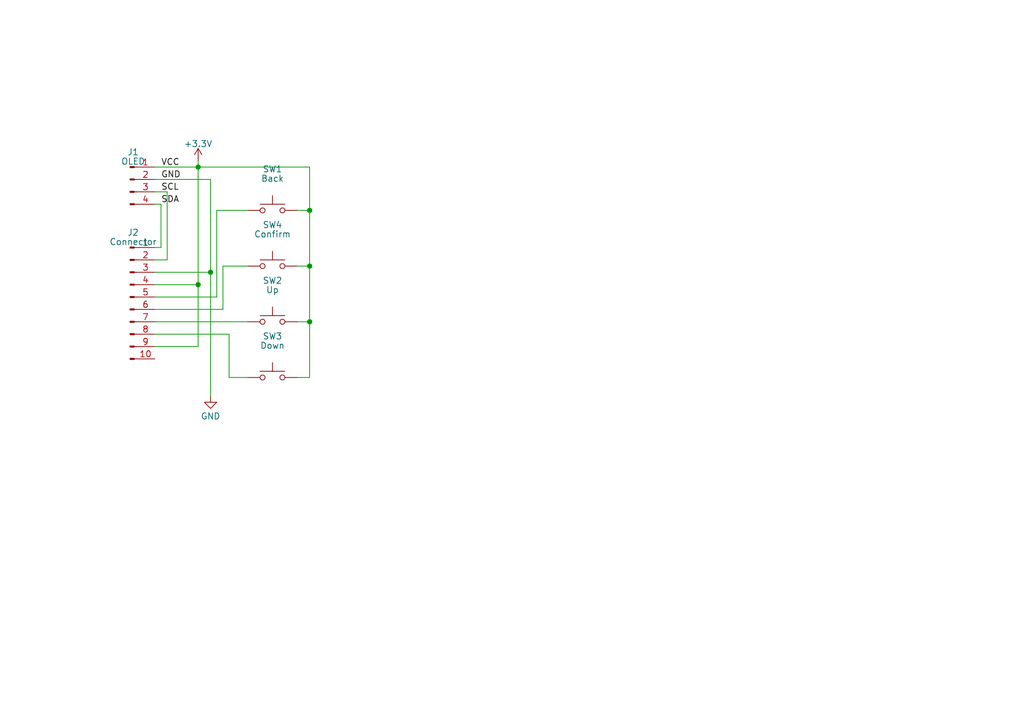
<source format=kicad_sch>
(kicad_sch (version 20230121) (generator eeschema)
  (paper "A5")
  (lib_symbols
    (symbol "Connector:Conn_01x04_Pin" (pin_names (offset 1.016) hide)
      (property "Reference" "J" (at 0 5.08 0))
      (property "Value" "Conn_01x04_Pin" (at 0 -7.62 0))
      (symbol "Conn_01x04_Pin_1_1"
        (polyline (pts (xy 1.27 -5.08) (xy 0.8636 -5.08)) (stroke (width 0.1524)))
        (polyline (pts (xy 1.27 -2.54) (xy 0.8636 -2.54)) (stroke (width 0.1524)))
        (polyline (pts (xy 1.27 0) (xy 0.8636 0)) (stroke (width 0.1524)))
        (polyline (pts (xy 1.27 2.54) (xy 0.8636 2.54)) (stroke (width 0.1524)))
        (rectangle (start 0.8636 -4.953) (end 0 -5.207) (stroke (width 0.1524)) (fill (type outline)))
        (rectangle (start 0.8636 -2.413) (end 0 -2.667) (stroke (width 0.1524)) (fill (type outline)))
        (rectangle (start 0.8636 0.127) (end 0 -0.127) (stroke (width 0.1524)) (fill (type outline)))
        (rectangle (start 0.8636 2.667) (end 0 2.413) (stroke (width 0.1524)) (fill (type outline)))
        (pin passive line (at 5.08 2.54 180) (length 3.81) (name "Pin_1") (number "1"))
        (pin passive line (at 5.08 0 180) (length 3.81) (name "Pin_2") (number "2"))
        (pin passive line (at 5.08 -2.54 180) (length 3.81) (name "Pin_3") (number "3"))
        (pin passive line (at 5.08 -5.08 180) (length 3.81) (name "Pin_4") (number "4"))
      )
    )
    (symbol "Connector:Conn_01x10_Pin" (pin_names (offset 1.016) hide)
      (property "Reference" "J" (at 0 12.7 0))
      (property "Value" "Conn_01x10_Pin" (at 0 -15.24 0))
      (symbol "Conn_01x10_Pin_1_1"
        (polyline (pts (xy 1.27 -12.7) (xy 0.8636 -12.7)) (stroke (width 0.1524)))
        (polyline (pts (xy 1.27 -10.16) (xy 0.8636 -10.16)) (stroke (width 0.1524)))
        (polyline (pts (xy 1.27 -7.62) (xy 0.8636 -7.62)) (stroke (width 0.1524)))
        (polyline (pts (xy 1.27 -5.08) (xy 0.8636 -5.08)) (stroke (width 0.1524)))
        (polyline (pts (xy 1.27 -2.54) (xy 0.8636 -2.54)) (stroke (width 0.1524)))
        (polyline (pts (xy 1.27 0) (xy 0.8636 0)) (stroke (width 0.1524)))
        (polyline (pts (xy 1.27 2.54) (xy 0.8636 2.54)) (stroke (width 0.1524)))
        (polyline (pts (xy 1.27 5.08) (xy 0.8636 5.08)) (stroke (width 0.1524)))
        (polyline (pts (xy 1.27 7.62) (xy 0.8636 7.62)) (stroke (width 0.1524)))
        (polyline (pts (xy 1.27 10.16) (xy 0.8636 10.16)) (stroke (width 0.1524)))
        (rectangle (start 0.8636 -12.573) (end 0 -12.827) (stroke (width 0.1524)) (fill (type outline)))
        (rectangle (start 0.8636 -10.033) (end 0 -10.287) (stroke (width 0.1524)) (fill (type outline)))
        (rectangle (start 0.8636 -7.493) (end 0 -7.747) (stroke (width 0.1524)) (fill (type outline)))
        (rectangle (start 0.8636 -4.953) (end 0 -5.207) (stroke (width 0.1524)) (fill (type outline)))
        (rectangle (start 0.8636 -2.413) (end 0 -2.667) (stroke (width 0.1524)) (fill (type outline)))
        (rectangle (start 0.8636 0.127) (end 0 -0.127) (stroke (width 0.1524)) (fill (type outline)))
        (rectangle (start 0.8636 2.667) (end 0 2.413) (stroke (width 0.1524)) (fill (type outline)))
        (rectangle (start 0.8636 5.207) (end 0 4.953) (stroke (width 0.1524)) (fill (type outline)))
        (rectangle (start 0.8636 7.747) (end 0 7.493) (stroke (width 0.1524)) (fill (type outline)))
        (rectangle (start 0.8636 10.287) (end 0 10.033) (stroke (width 0.1524)) (fill (type outline)))
        (pin passive line (at 5.08 10.16 180) (length 3.81) (name "Pin_1") (number "1"))
        (pin passive line (at 5.08 -12.7 180) (length 3.81) (name "Pin_10") (number "10"))
        (pin passive line (at 5.08 7.62 180) (length 3.81) (name "Pin_2") (number "2"))
        (pin passive line (at 5.08 5.08 180) (length 3.81) (name "Pin_3") (number "3"))
        (pin passive line (at 5.08 2.54 180) (length 3.81) (name "Pin_4") (number "4"))
        (pin passive line (at 5.08 0 180) (length 3.81) (name "Pin_5") (number "5"))
        (pin passive line (at 5.08 -2.54 180) (length 3.81) (name "Pin_6") (number "6"))
        (pin passive line (at 5.08 -5.08 180) (length 3.81) (name "Pin_7") (number "7"))
        (pin passive line (at 5.08 -7.62 180) (length 3.81) (name "Pin_8") (number "8"))
        (pin passive line (at 5.08 -10.16 180) (length 3.81) (name "Pin_9") (number "9"))
      )
    )
    (symbol "Switch:SW_Push" (pin_numbers hide) (pin_names (offset 1.016) hide)
      (property "Reference" "SW" (at 1.27 2.54 0))
      (property "Value" "SW_Push" (at 0 -1.524 0))
      (symbol "SW_Push_0_1"
        (circle (center -2.032 0) (radius 0.508))
        (polyline (pts (xy 0 1.27) (xy 0 3.048)))
        (polyline (pts (xy 2.54 1.27) (xy -2.54 1.27)))
        (circle (center 2.032 0) (radius 0.508))
        (pin passive line (at -5.08 0 0) (length 2.54) (name "1") (number "1"))
        (pin passive line (at 5.08 0 180) (length 2.54) (name "2") (number "2"))
      )
    )
    (symbol "power:+3.3V" (power) (pin_names (offset 0))
      (property "Value" "+3.3V" (at 0 3.556 0))
      (symbol "+3.3V_0_1"
        (polyline (pts (xy -0.762 1.27) (xy 0 2.54)))
        (polyline (pts (xy 0 0) (xy 0 2.54)))
        (polyline (pts (xy 0 2.54) (xy 0.762 1.27)))
      )
      (symbol "+3.3V_1_1"
        (pin power_in line (at 0 0 90) (length 0) hide (name "+3.3V") (number "1"))
      )
    )
    (symbol "power:GND" (power) (pin_names (offset 0))
      (property "Value" "GND" (at 0 -3.81 0))
      (symbol "GND_0_1"
        (polyline (pts (xy 0 0) (xy 0 -1.27) (xy 1.27 -1.27) (xy 0 -2.54) (xy -1.27 -1.27) (xy 0 -1.27)))
      )
      (symbol "GND_1_1"
        (pin power_in line (at 0 0 270) (length 0) hide (name "GND") (number "1"))
      )
    )
  )
  (junction (at 63.5 54.61))
  (junction (at 40.64 34.29))
  (junction (at 63.5 43.18))
  (junction (at 43.18 55.88))
  (junction (at 40.64 58.42))
  (junction (at 63.5 66.04))
  (wire (pts (xy 43.18 36.83) (xy 43.18 55.88)))
  (wire (pts (xy 31.75 50.8) (xy 33.02 50.8)))
  (wire (pts (xy 33.02 41.91) (xy 31.75 41.91)))
  (wire (pts (xy 63.5 34.29) (xy 63.5 43.18)))
  (wire (pts (xy 31.75 71.12) (xy 40.64 71.12)))
  (wire (pts (xy 31.75 34.29) (xy 40.64 34.29)))
  (wire (pts (xy 60.96 77.47) (xy 63.5 77.47)))
  (wire (pts (xy 31.75 68.58) (xy 46.99 68.58)))
  (wire (pts (xy 40.64 58.42) (xy 40.64 71.12)))
  (wire (pts (xy 45.72 63.5) (xy 45.72 54.61)))
  (wire (pts (xy 40.64 33.02) (xy 40.64 34.29)))
  (wire (pts (xy 34.29 53.34) (xy 34.29 39.37)))
  (wire (pts (xy 40.64 34.29) (xy 40.64 58.42)))
  (wire (pts (xy 63.5 66.04) (xy 63.5 77.47)))
  (wire (pts (xy 33.02 50.8) (xy 33.02 41.91)))
  (wire (pts (xy 44.45 60.96) (xy 44.45 43.18)))
  (wire (pts (xy 43.18 55.88) (xy 43.18 81.28)))
  (wire (pts (xy 60.96 66.04) (xy 63.5 66.04)))
  (wire (pts (xy 45.72 54.61) (xy 50.8 54.61)))
  (wire (pts (xy 43.18 36.83) (xy 31.75 36.83)))
  (wire (pts (xy 63.5 54.61) (xy 63.5 66.04)))
  (wire (pts (xy 63.5 34.29) (xy 40.64 34.29)))
  (wire (pts (xy 31.75 58.42) (xy 40.64 58.42)))
  (wire (pts (xy 31.75 60.96) (xy 44.45 60.96)))
  (wire (pts (xy 60.96 43.18) (xy 63.5 43.18)))
  (wire (pts (xy 31.75 55.88) (xy 43.18 55.88)))
  (wire (pts (xy 31.75 53.34) (xy 34.29 53.34)))
  (wire (pts (xy 34.29 39.37) (xy 31.75 39.37)))
  (wire (pts (xy 31.75 63.5) (xy 45.72 63.5)))
  (wire (pts (xy 60.96 54.61) (xy 63.5 54.61)))
  (wire (pts (xy 46.99 68.58) (xy 46.99 77.47)))
  (wire (pts (xy 44.45 43.18) (xy 50.8 43.18)))
  (wire (pts (xy 31.75 66.04) (xy 50.8 66.04)))
  (wire (pts (xy 46.99 77.47) (xy 50.8 77.47)))
  (wire (pts (xy 63.5 43.18) (xy 63.5 54.61)))
  (label "SCL" (at 33.02 39.37 0))
  (label "GND" (at 33.02 36.83 0))
  (label "SDA" (at 33.02 41.91 0))
  (label "VCC" (at 33.02 34.29 0))
  (symbol (lib_id "Switch:SW_Push") (at 55.88 43.18 0) (unit 1)
    (property "Reference" "SW1" (at 55.88 34.7091 0))
    (property "Value" "Back" (at 55.88 36.6301 0))
    (property "Footprint" "Button_Switch_THT:SW_PUSH_6mm_H8.5mm" (effects hide))
  )
  (symbol (lib_id "Connector:Conn_01x10_Pin") (at 26.67 60.96 0) (unit 1)
    (property "Reference" "J2" (at 27.305 47.7139 0))
    (property "Value" "Connector" (at 27.305 49.6349 0))
    (property "Footprint" "Connector_FFC-FPC:TE_1-84952-0_1x10-1MP_P1.0mm_Horizontal" (effects hide))
  )
  (symbol (lib_id "power:GND") (at 43.18 81.28 0) (unit 1)
    (property "Reference" "#PWR02" (effects hide))
    (property "Value" "GND" (at 43.18 85.4155 0))
  )
  (symbol (lib_id "Switch:SW_Push") (at 55.88 54.61 0) (unit 1)
    (property "Reference" "SW4" (at 55.88 46.1391 0))
    (property "Value" "Confirm" (at 55.88 48.0601 0))
    (property "Footprint" "Button_Switch_THT:SW_PUSH_6mm_H8.5mm" (effects hide))
  )
  (symbol (lib_id "power:+3.3V") (at 40.64 33.02 0) (unit 1)
    (property "Reference" "#PWR01" (effects hide))
    (property "Value" "+3.3V" (at 40.64 29.5181 0))
  )
  (symbol (lib_id "Switch:SW_Push") (at 55.88 66.04 0) (unit 1)
    (property "Reference" "SW2" (at 55.88 57.5691 0))
    (property "Value" "Up" (at 55.88 59.4901 0))
    (property "Footprint" "Button_Switch_THT:SW_PUSH_6mm_H8.5mm" (effects hide))
  )
  (symbol (lib_id "Connector:Conn_01x04_Pin") (at 26.67 36.83 0) (unit 1)
    (property "Reference" "J1" (at 27.305 31.2039 0))
    (property "Value" "OLED" (at 27.305 33.1249 0))
    (property "Footprint" "Connector_PinHeader_2.54mm:PinHeader_1x04_P2.54mm_Vertical" (effects hide))
  )
  (symbol (lib_id "Switch:SW_Push") (at 55.88 77.47 0) (unit 1)
    (property "Reference" "SW3" (at 55.88 68.9991 0))
    (property "Value" "Down" (at 55.88 70.9201 0))
    (property "Footprint" "Button_Switch_THT:SW_PUSH_6mm_H8.5mm" (effects hide))
  )
)
</source>
